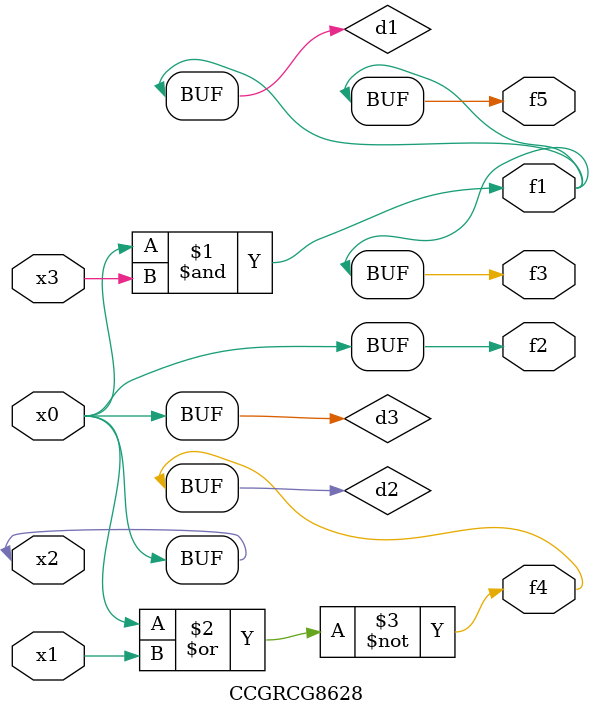
<source format=v>
module CCGRCG8628(
	input x0, x1, x2, x3,
	output f1, f2, f3, f4, f5
);

	wire d1, d2, d3;

	and (d1, x2, x3);
	nor (d2, x0, x1);
	buf (d3, x0, x2);
	assign f1 = d1;
	assign f2 = d3;
	assign f3 = d1;
	assign f4 = d2;
	assign f5 = d1;
endmodule

</source>
